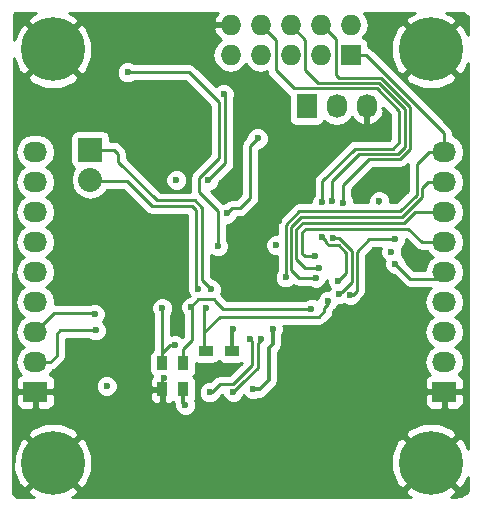
<source format=gbl>
G04 #@! TF.FileFunction,Copper,L4,Bot,Signal*
%FSLAX46Y46*%
G04 Gerber Fmt 4.6, Leading zero omitted, Abs format (unit mm)*
G04 Created by KiCad (PCBNEW 4.0.2-stable) date 4/9/2016 9:23:23 PM*
%MOMM*%
G01*
G04 APERTURE LIST*
%ADD10C,0.100000*%
%ADD11C,5.400000*%
%ADD12R,1.727200X1.727200*%
%ADD13O,1.727200X1.727200*%
%ADD14R,0.900000X1.200000*%
%ADD15R,1.200000X0.900000*%
%ADD16R,2.032000X2.032000*%
%ADD17O,2.032000X2.032000*%
%ADD18R,1.727200X2.032000*%
%ADD19O,1.727200X2.032000*%
%ADD20R,2.032000X1.727200*%
%ADD21O,2.032000X1.727200*%
%ADD22C,0.600000*%
%ADD23C,0.250000*%
%ADD24C,0.300000*%
%ADD25C,0.254000*%
G04 APERTURE END LIST*
D10*
D11*
X84000000Y-124000000D03*
X116000000Y-124000000D03*
X116000000Y-89000000D03*
D12*
X109199680Y-89468960D03*
D13*
X109199680Y-86928960D03*
X106659680Y-89468960D03*
X106659680Y-86928960D03*
X104119680Y-89468960D03*
X104119680Y-86928960D03*
X101579680Y-89468960D03*
X101579680Y-86928960D03*
X99039680Y-89468960D03*
X99039680Y-86928960D03*
D14*
X95050000Y-117800000D03*
X95050000Y-115600000D03*
D15*
X99125000Y-114525000D03*
X96925000Y-114525000D03*
D14*
X93275000Y-117800000D03*
X93275000Y-115600000D03*
D16*
X87150000Y-97500000D03*
D17*
X87150000Y-100040000D03*
D18*
X105481120Y-93817440D03*
D19*
X108021120Y-93817440D03*
X110561120Y-93817440D03*
D20*
X82500000Y-118000000D03*
D21*
X82500000Y-115460000D03*
X82500000Y-112920000D03*
X82500000Y-110380000D03*
X82500000Y-107840000D03*
X82500000Y-105300000D03*
X82500000Y-102760000D03*
X82500000Y-100220000D03*
X82500000Y-97680000D03*
D11*
X84000000Y-89000000D03*
D20*
X117124480Y-118000000D03*
D21*
X117124480Y-115460000D03*
X117124480Y-112920000D03*
X117124480Y-110380000D03*
X117124480Y-107840000D03*
X117124480Y-105300000D03*
X117124480Y-102760000D03*
X117124480Y-100220000D03*
X117124480Y-97680000D03*
D22*
X87625000Y-112800000D03*
X100949740Y-117790260D03*
X102610000Y-112640000D03*
X103500000Y-109740000D03*
X103140000Y-103570000D03*
X99530000Y-97450000D03*
X112620000Y-99890000D03*
X110900000Y-99900000D03*
X98014000Y-107180000D03*
X102078000Y-100068000D03*
X115286000Y-107434000D03*
X105634000Y-120642000D03*
X103348000Y-116070000D03*
X106904000Y-113022000D03*
X111476000Y-112260000D03*
X104872000Y-98290000D03*
X91156000Y-89908000D03*
X93442000Y-116832000D03*
X96744000Y-116070000D03*
X93696000Y-122420000D03*
X87092000Y-119880000D03*
X102880000Y-105580000D03*
X99240000Y-112710000D03*
X88550000Y-117510000D03*
X111630000Y-101880000D03*
X94458000Y-100068000D03*
X112660000Y-106150000D03*
X95220000Y-119118000D03*
X97375000Y-109300000D03*
X96325000Y-109275000D03*
X98450000Y-92775000D03*
X97150000Y-100100000D03*
X101325000Y-96550000D03*
X98725000Y-102900000D03*
X106825000Y-101950000D03*
X107625000Y-101875000D03*
X108575000Y-101975000D03*
X113000000Y-107180000D03*
X106220000Y-106520000D03*
X106550000Y-107500000D03*
X106275000Y-108325000D03*
X103700000Y-108300000D03*
X87550000Y-111425000D03*
X90325000Y-90950000D03*
X97975000Y-105675000D03*
X94325000Y-114075000D03*
X109190000Y-109810000D03*
X112950000Y-105100000D03*
X93250000Y-110900000D03*
X108260000Y-109710000D03*
X107700000Y-104950000D03*
X105888000Y-110990000D03*
X95700000Y-110825000D03*
X108140000Y-108600000D03*
X107300000Y-110290000D03*
X106750000Y-104850000D03*
X96950000Y-110875000D03*
X101625000Y-113550000D03*
X99250000Y-118025000D03*
X100675000Y-113550000D03*
X97275000Y-118050000D03*
D23*
X83790000Y-115460000D02*
X82500000Y-115460000D01*
X84325000Y-114925000D02*
X83790000Y-115460000D01*
X84325000Y-113075000D02*
X84325000Y-114925000D01*
X84600000Y-112800000D02*
X84325000Y-113075000D01*
X87625000Y-112800000D02*
X84600000Y-112800000D01*
D24*
X102610000Y-113950000D02*
X102610000Y-112640000D01*
X102280000Y-114280000D02*
X102610000Y-113950000D01*
X102280000Y-117020000D02*
X102280000Y-114280000D01*
X101510000Y-117790000D02*
X102280000Y-117020000D01*
X100950000Y-117790000D02*
X101510000Y-117790000D01*
X100950000Y-117790000D02*
X100949740Y-117790260D01*
D23*
X99590000Y-97490000D02*
X99610000Y-97510000D01*
X99570000Y-97490000D02*
X99590000Y-97490000D01*
X99530000Y-97450000D02*
X99570000Y-97490000D01*
X110900000Y-99900000D02*
X110920000Y-99880000D01*
X93275000Y-116999000D02*
X93275000Y-117800000D01*
X93442000Y-116832000D02*
X93275000Y-116999000D01*
D24*
X102870000Y-105570000D02*
X102870000Y-105520000D01*
X102880000Y-105580000D02*
X102870000Y-105570000D01*
X99125000Y-114525000D02*
X99125000Y-112825000D01*
X99125000Y-112825000D02*
X99240000Y-112710000D01*
X111580000Y-101930000D02*
X111580000Y-102040000D01*
X111630000Y-101880000D02*
X111580000Y-101930000D01*
X95050000Y-117800000D02*
X95050000Y-118948000D01*
X95050000Y-118948000D02*
X95220000Y-119118000D01*
D23*
X109021040Y-86928960D02*
X109199680Y-86928960D01*
X109046040Y-86928960D02*
X109199680Y-86928960D01*
X89150000Y-97500000D02*
X87150000Y-97500000D01*
X89500000Y-97850000D02*
X89150000Y-97500000D01*
X89500000Y-98500000D02*
X89500000Y-97850000D01*
X92800000Y-101800000D02*
X89500000Y-98500000D01*
X96000000Y-101800000D02*
X92800000Y-101800000D01*
X96625000Y-102425000D02*
X96000000Y-101800000D01*
X96625000Y-108550000D02*
X96625000Y-102425000D01*
X97375000Y-109300000D02*
X96625000Y-108550000D01*
X90250000Y-100125000D02*
X87235000Y-100125000D01*
X92375002Y-102250002D02*
X90250000Y-100125000D01*
X95750002Y-102250002D02*
X92375002Y-102250002D01*
X96075000Y-102575000D02*
X95750002Y-102250002D01*
X96075000Y-109025000D02*
X96075000Y-102575000D01*
X96325000Y-109275000D02*
X96075000Y-109025000D01*
X87235000Y-100125000D02*
X87150000Y-100040000D01*
X98600000Y-92925000D02*
X98450000Y-92775000D01*
X98600000Y-98650000D02*
X98600000Y-92925000D01*
X97150000Y-100100000D02*
X98600000Y-98650000D01*
X100725000Y-97325000D02*
X100725000Y-97150000D01*
X100725000Y-97150000D02*
X101325000Y-96550000D01*
X100725000Y-101575000D02*
X100725000Y-97325000D01*
X100725000Y-97325000D02*
X100725000Y-97275000D01*
X99825000Y-102475000D02*
X100725000Y-101575000D01*
X99150000Y-102475000D02*
X99825000Y-102475000D01*
X98725000Y-102900000D02*
X99150000Y-102475000D01*
X106825000Y-101950000D02*
X106825000Y-100155000D01*
X102870000Y-88240000D02*
X101579680Y-86949680D01*
X102870000Y-90780000D02*
X102870000Y-88240000D01*
X104380004Y-92290004D02*
X102870000Y-90780000D01*
X111405810Y-92290004D02*
X104380004Y-92290004D01*
X113297903Y-94182097D02*
X111405810Y-92290004D01*
X113297903Y-96872097D02*
X113297903Y-94182097D01*
X112770004Y-97399996D02*
X113297903Y-96872097D01*
X109580004Y-97399996D02*
X112770004Y-97399996D01*
X106825000Y-100155000D02*
X109580004Y-97399996D01*
X101579680Y-86949680D02*
X101579680Y-86928960D01*
X107625000Y-101875000D02*
X107625000Y-100165000D01*
X105360000Y-88169280D02*
X104119680Y-86928960D01*
X105360000Y-90760000D02*
X105360000Y-88169280D01*
X106440002Y-91840002D02*
X105360000Y-90760000D01*
X111592206Y-91840002D02*
X106440002Y-91840002D01*
X113799998Y-94047794D02*
X111592206Y-91840002D01*
X113799998Y-97263604D02*
X113799998Y-94047794D01*
X113213604Y-97849998D02*
X113799998Y-97263604D01*
X109940002Y-97849998D02*
X113213604Y-97849998D01*
X107625000Y-100165000D02*
X109940002Y-97849998D01*
X108575000Y-101975000D02*
X108575000Y-100505000D01*
X107980000Y-88150000D02*
X106758960Y-86928960D01*
X107980000Y-91140000D02*
X107980000Y-88150000D01*
X108230000Y-91390000D02*
X107980000Y-91140000D01*
X111778602Y-91390000D02*
X108230000Y-91390000D01*
X114250000Y-93861398D02*
X111778602Y-91390000D01*
X114250000Y-97450000D02*
X114250000Y-93861398D01*
X113400000Y-98300000D02*
X114250000Y-97450000D01*
X110780000Y-98300000D02*
X113400000Y-98300000D01*
X108575000Y-100505000D02*
X110780000Y-98300000D01*
X106758960Y-86928960D02*
X106659680Y-86928960D01*
X108575000Y-101975000D02*
X108600000Y-101975000D01*
X113635000Y-107815000D02*
X114270000Y-108450000D01*
X114270000Y-108450000D02*
X116514480Y-108450000D01*
X116514480Y-108450000D02*
X117124480Y-107840000D01*
X113660000Y-107840000D02*
X113635000Y-107815000D01*
X113635000Y-107815000D02*
X113000000Y-107180000D01*
X113000000Y-107180000D02*
X113000000Y-107230000D01*
X106220000Y-106520000D02*
X105345000Y-106520000D01*
X105250000Y-106425000D02*
X105117097Y-106292097D01*
X105117097Y-106292097D02*
X105117097Y-106017091D01*
X105117097Y-106017091D02*
X105117097Y-104507905D01*
X117124480Y-105300000D02*
X115225000Y-105300000D01*
X114100000Y-104175000D02*
X115225000Y-105300000D01*
X105450002Y-104175000D02*
X114100000Y-104175000D01*
X105117097Y-104507905D02*
X105450002Y-104175000D01*
X105345000Y-106520000D02*
X105250000Y-106425000D01*
X104825004Y-106975000D02*
X104825004Y-106975004D01*
X104825004Y-106975000D02*
X104600004Y-106750000D01*
X104600004Y-106750000D02*
X104600004Y-106525000D01*
X117124480Y-102760000D02*
X114690000Y-102760000D01*
X113750000Y-103700000D02*
X114690000Y-102760000D01*
X105147796Y-103700000D02*
X113750000Y-103700000D01*
X104600004Y-104247792D02*
X105147796Y-103700000D01*
X104600004Y-106525000D02*
X104600004Y-104247792D01*
X105350000Y-107500000D02*
X106550000Y-107500000D01*
X104825004Y-106975004D02*
X105350000Y-107500000D01*
X106550000Y-107500000D02*
X106575000Y-107500000D01*
X106575000Y-107500000D02*
X106550000Y-107525000D01*
X105800000Y-108375000D02*
X106225000Y-108375000D01*
X106225000Y-108375000D02*
X106275000Y-108325000D01*
X104150002Y-107300000D02*
X104150002Y-107700002D01*
X117124480Y-100220000D02*
X115730000Y-100220000D01*
X115250002Y-100699998D02*
X115730000Y-100220000D01*
X115250002Y-101511396D02*
X115250002Y-100699998D01*
X113561396Y-103200002D02*
X115250002Y-101511396D01*
X105011396Y-103200002D02*
X113561396Y-103200002D01*
X104150002Y-104061396D02*
X105011396Y-103200002D01*
X104150002Y-107300000D02*
X104150002Y-104061396D01*
X104825000Y-108375000D02*
X105800000Y-108375000D01*
X105800000Y-108375000D02*
X105850000Y-108375000D01*
X104150002Y-107700002D02*
X104825000Y-108375000D01*
X114800000Y-98725000D02*
X115845000Y-97680000D01*
X114800000Y-101325000D02*
X114800000Y-98725000D01*
X113400000Y-102725000D02*
X114800000Y-101325000D01*
X104850000Y-102725000D02*
X113400000Y-102725000D01*
X103700000Y-103875000D02*
X104850000Y-102725000D01*
X103700000Y-107975000D02*
X103700000Y-103875000D01*
X115845000Y-97680000D02*
X117124480Y-97680000D01*
X103700000Y-108300000D02*
X103700000Y-107975000D01*
X109199680Y-89468960D02*
X110493960Y-89468960D01*
X117124480Y-96099480D02*
X117124480Y-97680000D01*
X110493960Y-89468960D02*
X117124480Y-96099480D01*
X84070000Y-111350000D02*
X82500000Y-112920000D01*
X87475000Y-111350000D02*
X84070000Y-111350000D01*
X87550000Y-111425000D02*
X87475000Y-111350000D01*
X90350000Y-90925000D02*
X90325000Y-90950000D01*
X95525000Y-90925000D02*
X90350000Y-90925000D01*
X98075000Y-93475000D02*
X95525000Y-90925000D01*
X98075000Y-98175000D02*
X98075000Y-93475000D01*
X96375000Y-99875000D02*
X98075000Y-98175000D01*
X96375000Y-101050000D02*
X96375000Y-99875000D01*
X98000000Y-102675000D02*
X96375000Y-101050000D01*
X98000000Y-105650000D02*
X98000000Y-102675000D01*
X97975000Y-105675000D02*
X98000000Y-105650000D01*
X93275000Y-114700000D02*
X93900000Y-114075000D01*
X93900000Y-114075000D02*
X94325000Y-114075000D01*
X93275000Y-115600000D02*
X93275000Y-114700000D01*
X109750000Y-109440000D02*
X109380000Y-109810000D01*
X109380000Y-109810000D02*
X109190000Y-109810000D01*
X109750000Y-109440000D02*
X109750000Y-108930000D01*
X109750000Y-108930000D02*
X109750000Y-106150000D01*
X109750000Y-106150000D02*
X110800000Y-105100000D01*
X110800000Y-105100000D02*
X112950000Y-105100000D01*
X109750000Y-108955000D02*
X109750000Y-108930000D01*
X93250000Y-114375000D02*
X93250000Y-115575000D01*
X93250000Y-115575000D02*
X93275000Y-115600000D01*
X93250000Y-110900000D02*
X93250000Y-114375000D01*
X93250000Y-114375000D02*
X93250000Y-114400000D01*
X105888000Y-110990000D02*
X98415000Y-110990000D01*
X98415000Y-110990000D02*
X97849998Y-110424998D01*
X97833500Y-110408500D02*
X97849998Y-110424998D01*
X97600000Y-110175000D02*
X97833500Y-110408500D01*
X96325000Y-110175000D02*
X97600000Y-110175000D01*
X95700000Y-110800000D02*
X96325000Y-110175000D01*
X95700000Y-110800000D02*
X95700000Y-110825000D01*
X109299998Y-108660002D02*
X108450000Y-109510000D01*
X108450000Y-109510000D02*
X108450000Y-109520000D01*
X108450000Y-109520000D02*
X108260000Y-109710000D01*
X109299998Y-106049998D02*
X109299998Y-107825002D01*
X108225000Y-104975000D02*
X109299998Y-106049998D01*
X107575000Y-104975000D02*
X108225000Y-104975000D01*
X107700000Y-105100000D02*
X107575000Y-104975000D01*
X107700000Y-104950000D02*
X107700000Y-105100000D01*
X109299998Y-107825002D02*
X109299998Y-108660002D01*
X105913000Y-111015000D02*
X105913000Y-111070000D01*
X105888000Y-110990000D02*
X105913000Y-111015000D01*
X95025000Y-115575000D02*
X95025000Y-114400000D01*
X95775000Y-113650000D02*
X95025000Y-114400000D01*
X95775000Y-110900000D02*
X95775000Y-113650000D01*
X95775000Y-110900000D02*
X95700000Y-110825000D01*
X95025000Y-115575000D02*
X95050000Y-115600000D01*
X106975000Y-110875000D02*
X106975000Y-111173000D01*
X108849996Y-107920004D02*
X108170000Y-108600000D01*
X108170000Y-108600000D02*
X108140000Y-108600000D01*
X107300000Y-110290000D02*
X107275000Y-110315000D01*
X107275000Y-110315000D02*
X107275000Y-110575000D01*
X107275000Y-110575000D02*
X107300000Y-110550000D01*
X106975000Y-110875000D02*
X107300000Y-110550000D01*
X108849996Y-107520000D02*
X108849996Y-107920004D01*
X98124000Y-111642000D02*
X96800000Y-112966000D01*
X106506000Y-111642000D02*
X98124000Y-111642000D01*
X106975000Y-111173000D02*
X106506000Y-111642000D01*
X108849996Y-106236394D02*
X108849996Y-107520000D01*
X108849996Y-107520000D02*
X108849996Y-107575004D01*
X108213602Y-105600000D02*
X108849996Y-106236394D01*
X107350000Y-105600000D02*
X108213602Y-105600000D01*
X107125000Y-105375000D02*
X107350000Y-105600000D01*
X107125000Y-105225000D02*
X107125000Y-105375000D01*
X106750000Y-104850000D02*
X107125000Y-105225000D01*
X96800000Y-111025000D02*
X96800000Y-112966000D01*
X96950000Y-110875000D02*
X96800000Y-111025000D01*
X96800000Y-112966000D02*
X96800000Y-114400000D01*
X101625000Y-113600000D02*
X101625000Y-113550000D01*
X101325000Y-113900000D02*
X101625000Y-113600000D01*
X101325000Y-115950000D02*
X101325000Y-113900000D01*
X100125000Y-117150000D02*
X101325000Y-115950000D01*
X99250000Y-118025000D02*
X100125000Y-117150000D01*
X100775000Y-113650000D02*
X100675000Y-113550000D01*
X100800000Y-113650000D02*
X100775000Y-113650000D01*
X100874998Y-113724998D02*
X100800000Y-113650000D01*
X100874998Y-115763604D02*
X100874998Y-113724998D01*
X99263602Y-117375000D02*
X100874998Y-115763604D01*
X98125000Y-117375000D02*
X99263602Y-117375000D01*
X97450000Y-118050000D02*
X98125000Y-117375000D01*
X97275000Y-118050000D02*
X97450000Y-118050000D01*
D25*
G36*
X119099041Y-86169387D02*
X119122902Y-86203602D01*
X119122509Y-87824156D01*
X118830883Y-87116284D01*
X118823659Y-87105472D01*
X118380191Y-86799414D01*
X116179605Y-89000000D01*
X118380191Y-91200586D01*
X118823659Y-90894528D01*
X119121938Y-90178294D01*
X119114027Y-122803569D01*
X118830883Y-122116284D01*
X118823659Y-122105472D01*
X118380191Y-121799414D01*
X116179605Y-124000000D01*
X118380191Y-126200586D01*
X118823659Y-125894528D01*
X119113447Y-125198684D01*
X119113154Y-126407700D01*
X119000374Y-126557870D01*
X118530939Y-126835415D01*
X117978456Y-126913976D01*
X117681463Y-126914206D01*
X117883716Y-126830883D01*
X117894528Y-126823659D01*
X118200586Y-126380191D01*
X116000000Y-124179605D01*
X113799414Y-126380191D01*
X114105472Y-126823659D01*
X114329128Y-126916802D01*
X97281179Y-126930000D01*
X85643126Y-126930000D01*
X85883716Y-126830883D01*
X85894528Y-126823659D01*
X86200586Y-126380191D01*
X84000000Y-124179605D01*
X81799414Y-126380191D01*
X82105472Y-126823659D01*
X82360820Y-126930000D01*
X81324683Y-126930000D01*
X80963346Y-126864101D01*
X80730961Y-126714133D01*
X80618259Y-126551154D01*
X80622853Y-124656995D01*
X80663738Y-124656995D01*
X81169117Y-125883716D01*
X81176341Y-125894528D01*
X81619809Y-126200586D01*
X83820395Y-124000000D01*
X84179605Y-124000000D01*
X86380191Y-126200586D01*
X86823659Y-125894528D01*
X87333725Y-124669748D01*
X87333749Y-124656995D01*
X112663738Y-124656995D01*
X113169117Y-125883716D01*
X113176341Y-125894528D01*
X113619809Y-126200586D01*
X115820395Y-124000000D01*
X113619809Y-121799414D01*
X113176341Y-122105472D01*
X112666275Y-123330252D01*
X112663738Y-124656995D01*
X87333749Y-124656995D01*
X87336262Y-123343005D01*
X86830883Y-122116284D01*
X86823659Y-122105472D01*
X86380191Y-121799414D01*
X84179605Y-124000000D01*
X83820395Y-124000000D01*
X81619809Y-121799414D01*
X81176341Y-122105472D01*
X80666275Y-123330252D01*
X80663738Y-124656995D01*
X80622853Y-124656995D01*
X80630219Y-121619809D01*
X81799414Y-121619809D01*
X84000000Y-123820395D01*
X86200586Y-121619809D01*
X113799414Y-121619809D01*
X116000000Y-123820395D01*
X118200586Y-121619809D01*
X117894528Y-121176341D01*
X116669748Y-120666275D01*
X115343005Y-120663738D01*
X114116284Y-121169117D01*
X114105472Y-121176341D01*
X113799414Y-121619809D01*
X86200586Y-121619809D01*
X85894528Y-121176341D01*
X84669748Y-120666275D01*
X83343005Y-120663738D01*
X82116284Y-121169117D01*
X82105472Y-121176341D01*
X81799414Y-121619809D01*
X80630219Y-121619809D01*
X80638306Y-118285750D01*
X80849000Y-118285750D01*
X80849000Y-118989910D01*
X80945673Y-119223299D01*
X81124302Y-119401927D01*
X81357691Y-119498600D01*
X82214250Y-119498600D01*
X82373000Y-119339850D01*
X82373000Y-118127000D01*
X82627000Y-118127000D01*
X82627000Y-119339850D01*
X82785750Y-119498600D01*
X83642309Y-119498600D01*
X83875698Y-119401927D01*
X84054327Y-119223299D01*
X84151000Y-118989910D01*
X84151000Y-118285750D01*
X83992250Y-118127000D01*
X82627000Y-118127000D01*
X82373000Y-118127000D01*
X81007750Y-118127000D01*
X80849000Y-118285750D01*
X80638306Y-118285750D01*
X80688284Y-97680000D01*
X80816655Y-97680000D01*
X80930729Y-98253489D01*
X81255585Y-98739670D01*
X81570366Y-98950000D01*
X81255585Y-99160330D01*
X80930729Y-99646511D01*
X80816655Y-100220000D01*
X80930729Y-100793489D01*
X81255585Y-101279670D01*
X81570366Y-101490000D01*
X81255585Y-101700330D01*
X80930729Y-102186511D01*
X80816655Y-102760000D01*
X80930729Y-103333489D01*
X81255585Y-103819670D01*
X81570366Y-104030000D01*
X81255585Y-104240330D01*
X80930729Y-104726511D01*
X80816655Y-105300000D01*
X80930729Y-105873489D01*
X81255585Y-106359670D01*
X81570366Y-106570000D01*
X81255585Y-106780330D01*
X80930729Y-107266511D01*
X80816655Y-107840000D01*
X80930729Y-108413489D01*
X81255585Y-108899670D01*
X81570366Y-109110000D01*
X81255585Y-109320330D01*
X80930729Y-109806511D01*
X80816655Y-110380000D01*
X80930729Y-110953489D01*
X81255585Y-111439670D01*
X81570366Y-111650000D01*
X81255585Y-111860330D01*
X80930729Y-112346511D01*
X80816655Y-112920000D01*
X80930729Y-113493489D01*
X81255585Y-113979670D01*
X81570366Y-114190000D01*
X81255585Y-114400330D01*
X80930729Y-114886511D01*
X80816655Y-115460000D01*
X80930729Y-116033489D01*
X81255585Y-116519670D01*
X81277780Y-116534500D01*
X81124302Y-116598073D01*
X80945673Y-116776701D01*
X80849000Y-117010090D01*
X80849000Y-117714250D01*
X81007750Y-117873000D01*
X82373000Y-117873000D01*
X82373000Y-117853000D01*
X82627000Y-117853000D01*
X82627000Y-117873000D01*
X83992250Y-117873000D01*
X84151000Y-117714250D01*
X84151000Y-117695167D01*
X87614838Y-117695167D01*
X87756883Y-118038943D01*
X88019673Y-118302192D01*
X88363201Y-118444838D01*
X88735167Y-118445162D01*
X89078943Y-118303117D01*
X89296689Y-118085750D01*
X92190000Y-118085750D01*
X92190000Y-118526309D01*
X92286673Y-118759698D01*
X92465301Y-118938327D01*
X92698690Y-119035000D01*
X92989250Y-119035000D01*
X93148000Y-118876250D01*
X93148000Y-117927000D01*
X92348750Y-117927000D01*
X92190000Y-118085750D01*
X89296689Y-118085750D01*
X89342192Y-118040327D01*
X89484838Y-117696799D01*
X89485162Y-117324833D01*
X89343117Y-116981057D01*
X89080327Y-116717808D01*
X88736799Y-116575162D01*
X88364833Y-116574838D01*
X88021057Y-116716883D01*
X87757808Y-116979673D01*
X87615162Y-117323201D01*
X87614838Y-117695167D01*
X84151000Y-117695167D01*
X84151000Y-117010090D01*
X84054327Y-116776701D01*
X83875698Y-116598073D01*
X83722220Y-116534500D01*
X83744415Y-116519670D01*
X83968353Y-116184523D01*
X84080839Y-116162148D01*
X84327401Y-115997401D01*
X84862401Y-115462401D01*
X85027148Y-115215840D01*
X85085000Y-114925000D01*
X85085000Y-113560000D01*
X87062537Y-113560000D01*
X87094673Y-113592192D01*
X87438201Y-113734838D01*
X87810167Y-113735162D01*
X88153943Y-113593117D01*
X88417192Y-113330327D01*
X88559838Y-112986799D01*
X88560162Y-112614833D01*
X88418117Y-112271057D01*
X88222356Y-112074954D01*
X88342192Y-111955327D01*
X88484838Y-111611799D01*
X88485162Y-111239833D01*
X88343117Y-110896057D01*
X88080327Y-110632808D01*
X87736799Y-110490162D01*
X87364833Y-110489838D01*
X87122422Y-110590000D01*
X84141573Y-110590000D01*
X84183345Y-110380000D01*
X84069271Y-109806511D01*
X83744415Y-109320330D01*
X83429634Y-109110000D01*
X83744415Y-108899670D01*
X84069271Y-108413489D01*
X84183345Y-107840000D01*
X84069271Y-107266511D01*
X83744415Y-106780330D01*
X83429634Y-106570000D01*
X83744415Y-106359670D01*
X84069271Y-105873489D01*
X84183345Y-105300000D01*
X84069271Y-104726511D01*
X83744415Y-104240330D01*
X83429634Y-104030000D01*
X83744415Y-103819670D01*
X84069271Y-103333489D01*
X84183345Y-102760000D01*
X84069271Y-102186511D01*
X83744415Y-101700330D01*
X83429634Y-101490000D01*
X83744415Y-101279670D01*
X84069271Y-100793489D01*
X84183345Y-100220000D01*
X84069271Y-99646511D01*
X83744415Y-99160330D01*
X83429634Y-98950000D01*
X83744415Y-98739670D01*
X84069271Y-98253489D01*
X84183345Y-97680000D01*
X84069271Y-97106511D01*
X83744415Y-96620330D01*
X83258234Y-96295474D01*
X82684745Y-96181400D01*
X82315255Y-96181400D01*
X81741766Y-96295474D01*
X81255585Y-96620330D01*
X80930729Y-97106511D01*
X80816655Y-97680000D01*
X80688284Y-97680000D01*
X80703563Y-91380191D01*
X81799414Y-91380191D01*
X82105472Y-91823659D01*
X83330252Y-92333725D01*
X84656995Y-92336262D01*
X85883716Y-91830883D01*
X85894528Y-91823659D01*
X86200586Y-91380191D01*
X84000000Y-89179605D01*
X81799414Y-91380191D01*
X80703563Y-91380191D01*
X80707486Y-89763185D01*
X81169117Y-90883716D01*
X81176341Y-90894528D01*
X81619809Y-91200586D01*
X83820395Y-89000000D01*
X84179605Y-89000000D01*
X86380191Y-91200586D01*
X86823659Y-90894528D01*
X87333725Y-89669748D01*
X87336262Y-88343005D01*
X86830883Y-87116284D01*
X86823659Y-87105472D01*
X86380191Y-86799414D01*
X84179605Y-89000000D01*
X83820395Y-89000000D01*
X81619809Y-86799414D01*
X81176341Y-87105472D01*
X80711223Y-88222322D01*
X80716608Y-86001827D01*
X80760923Y-85966937D01*
X82611703Y-85965017D01*
X82116284Y-86169117D01*
X82105472Y-86176341D01*
X81799414Y-86619809D01*
X84000000Y-88820395D01*
X86200586Y-86619809D01*
X85894528Y-86176341D01*
X85380194Y-85962144D01*
X97944022Y-85949108D01*
X97756992Y-86154013D01*
X97584722Y-86569934D01*
X97705863Y-86801960D01*
X98912680Y-86801960D01*
X98912680Y-86781960D01*
X99166680Y-86781960D01*
X99166680Y-86801960D01*
X99186680Y-86801960D01*
X99186680Y-87055960D01*
X99166680Y-87055960D01*
X99166680Y-87075960D01*
X98912680Y-87075960D01*
X98912680Y-87055960D01*
X97705863Y-87055960D01*
X97584722Y-87287986D01*
X97756992Y-87703907D01*
X98151190Y-88135781D01*
X98273908Y-88193296D01*
X97950651Y-88409290D01*
X97625795Y-88895471D01*
X97511721Y-89468960D01*
X97625795Y-90042449D01*
X97950651Y-90528630D01*
X98436832Y-90853486D01*
X99010321Y-90967560D01*
X99069039Y-90967560D01*
X99642528Y-90853486D01*
X100128709Y-90528630D01*
X100309680Y-90257788D01*
X100490651Y-90528630D01*
X100976832Y-90853486D01*
X101550321Y-90967560D01*
X101609039Y-90967560D01*
X102126822Y-90864567D01*
X102167852Y-91070839D01*
X102332599Y-91317401D01*
X103842603Y-92827405D01*
X103970080Y-92912582D01*
X103970080Y-94833440D01*
X104014358Y-95068757D01*
X104153430Y-95284881D01*
X104365630Y-95429871D01*
X104617520Y-95480880D01*
X106344720Y-95480880D01*
X106580037Y-95436602D01*
X106796161Y-95297530D01*
X106941151Y-95085330D01*
X106949520Y-95044001D01*
X106961450Y-95061855D01*
X107447631Y-95386711D01*
X108021120Y-95500785D01*
X108594609Y-95386711D01*
X109080790Y-95061855D01*
X109287581Y-94752371D01*
X109659084Y-95168172D01*
X110186329Y-95422149D01*
X110202094Y-95424798D01*
X110434120Y-95303657D01*
X110434120Y-93944440D01*
X110414120Y-93944440D01*
X110414120Y-93690440D01*
X110434120Y-93690440D01*
X110434120Y-93670440D01*
X110688120Y-93670440D01*
X110688120Y-93690440D01*
X110708120Y-93690440D01*
X110708120Y-93944440D01*
X110688120Y-93944440D01*
X110688120Y-95303657D01*
X110920146Y-95424798D01*
X110935911Y-95422149D01*
X111463156Y-95168172D01*
X111853074Y-94731760D01*
X112046304Y-94179353D01*
X111902045Y-93944442D01*
X111985446Y-93944442D01*
X112537903Y-94496899D01*
X112537903Y-96557295D01*
X112455202Y-96639996D01*
X109580004Y-96639996D01*
X109289165Y-96697848D01*
X109042603Y-96862595D01*
X106287599Y-99617599D01*
X106122852Y-99864161D01*
X106065000Y-100155000D01*
X106065000Y-101387537D01*
X106032808Y-101419673D01*
X105890162Y-101763201D01*
X105889986Y-101965000D01*
X104850000Y-101965000D01*
X104559161Y-102022852D01*
X104312599Y-102187599D01*
X103162599Y-103337599D01*
X102997852Y-103584161D01*
X102940000Y-103875000D01*
X102940000Y-104645052D01*
X102694833Y-104644838D01*
X102351057Y-104786883D01*
X102087808Y-105049673D01*
X101945162Y-105393201D01*
X101944838Y-105765167D01*
X102086883Y-106108943D01*
X102349673Y-106372192D01*
X102693201Y-106514838D01*
X102940000Y-106515053D01*
X102940000Y-107737537D01*
X102907808Y-107769673D01*
X102765162Y-108113201D01*
X102764838Y-108485167D01*
X102906883Y-108828943D01*
X103169673Y-109092192D01*
X103513201Y-109234838D01*
X103885167Y-109235162D01*
X104228943Y-109093117D01*
X104360907Y-108961384D01*
X104534160Y-109077148D01*
X104825000Y-109135000D01*
X105787559Y-109135000D01*
X106088201Y-109259838D01*
X106460167Y-109260162D01*
X106803943Y-109118117D01*
X107067192Y-108855327D01*
X107205066Y-108523291D01*
X107204838Y-108785167D01*
X107346883Y-109128943D01*
X107447161Y-109229396D01*
X107394971Y-109355082D01*
X107114833Y-109354838D01*
X106771057Y-109496883D01*
X106507808Y-109759673D01*
X106365162Y-110103201D01*
X106365099Y-110175706D01*
X106074799Y-110055162D01*
X105702833Y-110054838D01*
X105359057Y-110196883D01*
X105325882Y-110230000D01*
X98729803Y-110230000D01*
X98387399Y-109887597D01*
X98214999Y-109715197D01*
X98309838Y-109486799D01*
X98310162Y-109114833D01*
X98168117Y-108771057D01*
X97905327Y-108507808D01*
X97561799Y-108365162D01*
X97514923Y-108365121D01*
X97385000Y-108235198D01*
X97385000Y-106407415D01*
X97444673Y-106467192D01*
X97788201Y-106609838D01*
X98160167Y-106610162D01*
X98503943Y-106468117D01*
X98767192Y-106205327D01*
X98909838Y-105861799D01*
X98910162Y-105489833D01*
X98768117Y-105146057D01*
X98760000Y-105137926D01*
X98760000Y-103835031D01*
X98910167Y-103835162D01*
X99253943Y-103693117D01*
X99517192Y-103430327D01*
X99598299Y-103235000D01*
X99825000Y-103235000D01*
X100115839Y-103177148D01*
X100362401Y-103012401D01*
X101262401Y-102112401D01*
X101427148Y-101865840D01*
X101485000Y-101575000D01*
X101485000Y-97485140D01*
X101510167Y-97485162D01*
X101853943Y-97343117D01*
X102117192Y-97080327D01*
X102259838Y-96736799D01*
X102260162Y-96364833D01*
X102118117Y-96021057D01*
X101855327Y-95757808D01*
X101511799Y-95615162D01*
X101139833Y-95614838D01*
X100796057Y-95756883D01*
X100532808Y-96019673D01*
X100390162Y-96363201D01*
X100390121Y-96410077D01*
X100187599Y-96612599D01*
X100022852Y-96859161D01*
X99965000Y-97150000D01*
X99965000Y-101260198D01*
X99510198Y-101715000D01*
X99150000Y-101715000D01*
X98859161Y-101772852D01*
X98612599Y-101937599D01*
X98585320Y-101964878D01*
X98539833Y-101964838D01*
X98415863Y-102016061D01*
X97405785Y-101005983D01*
X97678943Y-100893117D01*
X97942192Y-100630327D01*
X98084838Y-100286799D01*
X98084879Y-100239923D01*
X99137401Y-99187401D01*
X99302148Y-98940839D01*
X99360000Y-98650000D01*
X99360000Y-93021615D01*
X99384838Y-92961799D01*
X99385162Y-92589833D01*
X99243117Y-92246057D01*
X98980327Y-91982808D01*
X98636799Y-91840162D01*
X98264833Y-91839838D01*
X97921057Y-91981883D01*
X97788756Y-92113954D01*
X96062401Y-90387599D01*
X95815839Y-90222852D01*
X95525000Y-90165000D01*
X90862506Y-90165000D01*
X90855327Y-90157808D01*
X90511799Y-90015162D01*
X90139833Y-90014838D01*
X89796057Y-90156883D01*
X89532808Y-90419673D01*
X89390162Y-90763201D01*
X89389838Y-91135167D01*
X89531883Y-91478943D01*
X89794673Y-91742192D01*
X90138201Y-91884838D01*
X90510167Y-91885162D01*
X90853943Y-91743117D01*
X90912162Y-91685000D01*
X95210198Y-91685000D01*
X97315000Y-93789802D01*
X97315000Y-97860198D01*
X95837599Y-99337599D01*
X95672852Y-99584161D01*
X95615000Y-99875000D01*
X95615000Y-101040000D01*
X93114802Y-101040000D01*
X92327969Y-100253167D01*
X93522838Y-100253167D01*
X93664883Y-100596943D01*
X93927673Y-100860192D01*
X94271201Y-101002838D01*
X94643167Y-101003162D01*
X94986943Y-100861117D01*
X95250192Y-100598327D01*
X95392838Y-100254799D01*
X95393162Y-99882833D01*
X95251117Y-99539057D01*
X94988327Y-99275808D01*
X94644799Y-99133162D01*
X94272833Y-99132838D01*
X93929057Y-99274883D01*
X93665808Y-99537673D01*
X93523162Y-99881201D01*
X93522838Y-100253167D01*
X92327969Y-100253167D01*
X90260000Y-98185198D01*
X90260000Y-97850000D01*
X90202148Y-97559161D01*
X90037401Y-97312599D01*
X89687401Y-96962599D01*
X89440839Y-96797852D01*
X89150000Y-96740000D01*
X88813440Y-96740000D01*
X88813440Y-96484000D01*
X88769162Y-96248683D01*
X88630090Y-96032559D01*
X88417890Y-95887569D01*
X88166000Y-95836560D01*
X86134000Y-95836560D01*
X85898683Y-95880838D01*
X85682559Y-96019910D01*
X85537569Y-96232110D01*
X85486560Y-96484000D01*
X85486560Y-98516000D01*
X85530838Y-98751317D01*
X85669910Y-98967441D01*
X85826206Y-99074233D01*
X85624675Y-99375845D01*
X85499000Y-100007655D01*
X85499000Y-100072345D01*
X85624675Y-100704155D01*
X85982567Y-101239778D01*
X86518190Y-101597670D01*
X87150000Y-101723345D01*
X87781810Y-101597670D01*
X88317433Y-101239778D01*
X88554488Y-100885000D01*
X89935198Y-100885000D01*
X91837601Y-102787403D01*
X92084163Y-102952150D01*
X92375002Y-103010002D01*
X95315000Y-103010002D01*
X95315000Y-109025000D01*
X95372852Y-109315839D01*
X95389941Y-109341415D01*
X95389838Y-109460167D01*
X95531883Y-109803943D01*
X95576530Y-109848668D01*
X95535342Y-109889856D01*
X95514833Y-109889838D01*
X95171057Y-110031883D01*
X94907808Y-110294673D01*
X94765162Y-110638201D01*
X94764838Y-111010167D01*
X94906883Y-111353943D01*
X95015000Y-111462249D01*
X95015000Y-113335198D01*
X94961266Y-113388932D01*
X94855327Y-113282808D01*
X94511799Y-113140162D01*
X94139833Y-113139838D01*
X94010000Y-113193484D01*
X94010000Y-111462463D01*
X94042192Y-111430327D01*
X94184838Y-111086799D01*
X94185162Y-110714833D01*
X94043117Y-110371057D01*
X93780327Y-110107808D01*
X93436799Y-109965162D01*
X93064833Y-109964838D01*
X92721057Y-110106883D01*
X92457808Y-110369673D01*
X92315162Y-110713201D01*
X92314838Y-111085167D01*
X92456883Y-111428943D01*
X92490000Y-111462118D01*
X92490000Y-114460982D01*
X92373559Y-114535910D01*
X92228569Y-114748110D01*
X92177560Y-115000000D01*
X92177560Y-116200000D01*
X92221838Y-116435317D01*
X92360910Y-116651441D01*
X92429006Y-116697969D01*
X92286673Y-116840302D01*
X92190000Y-117073691D01*
X92190000Y-117514250D01*
X92348750Y-117673000D01*
X93148000Y-117673000D01*
X93148000Y-117653000D01*
X93402000Y-117653000D01*
X93402000Y-117673000D01*
X93422000Y-117673000D01*
X93422000Y-117927000D01*
X93402000Y-117927000D01*
X93402000Y-118876250D01*
X93560750Y-119035000D01*
X93851310Y-119035000D01*
X94084699Y-118938327D01*
X94157104Y-118865922D01*
X94265000Y-118939644D01*
X94265000Y-118948000D01*
X94285060Y-119048845D01*
X94284838Y-119303167D01*
X94426883Y-119646943D01*
X94689673Y-119910192D01*
X95033201Y-120052838D01*
X95405167Y-120053162D01*
X95748943Y-119911117D01*
X96012192Y-119648327D01*
X96154838Y-119304799D01*
X96155162Y-118932833D01*
X96060692Y-118704196D01*
X96096431Y-118651890D01*
X96147440Y-118400000D01*
X96147440Y-117200000D01*
X96103162Y-116964683D01*
X95964090Y-116748559D01*
X95894289Y-116700866D01*
X95951441Y-116664090D01*
X96096431Y-116451890D01*
X96147440Y-116200000D01*
X96147440Y-115586483D01*
X96325000Y-115622440D01*
X97525000Y-115622440D01*
X97760317Y-115578162D01*
X97976441Y-115439090D01*
X98024134Y-115369289D01*
X98060910Y-115426441D01*
X98273110Y-115571431D01*
X98525000Y-115622440D01*
X99725000Y-115622440D01*
X99960317Y-115578162D01*
X100031340Y-115532460D01*
X98948800Y-116615000D01*
X98125000Y-116615000D01*
X97834161Y-116672852D01*
X97587599Y-116837599D01*
X97310168Y-117115030D01*
X97089833Y-117114838D01*
X96746057Y-117256883D01*
X96482808Y-117519673D01*
X96340162Y-117863201D01*
X96339838Y-118235167D01*
X96481883Y-118578943D01*
X96744673Y-118842192D01*
X97088201Y-118984838D01*
X97460167Y-118985162D01*
X97803943Y-118843117D01*
X98067192Y-118580327D01*
X98118828Y-118455974D01*
X98329398Y-118245404D01*
X98456883Y-118553943D01*
X98719673Y-118817192D01*
X99063201Y-118959838D01*
X99435167Y-118960162D01*
X99778943Y-118818117D01*
X100042192Y-118555327D01*
X100148452Y-118299427D01*
X100156623Y-118319203D01*
X100419413Y-118582452D01*
X100762941Y-118725098D01*
X101134907Y-118725422D01*
X101478683Y-118583377D01*
X101487075Y-118575000D01*
X101510000Y-118575000D01*
X101810407Y-118515245D01*
X102065079Y-118345079D01*
X102124408Y-118285750D01*
X115473480Y-118285750D01*
X115473480Y-118989910D01*
X115570153Y-119223299D01*
X115748782Y-119401927D01*
X115982171Y-119498600D01*
X116838730Y-119498600D01*
X116997480Y-119339850D01*
X116997480Y-118127000D01*
X117251480Y-118127000D01*
X117251480Y-119339850D01*
X117410230Y-119498600D01*
X118266789Y-119498600D01*
X118500178Y-119401927D01*
X118678807Y-119223299D01*
X118775480Y-118989910D01*
X118775480Y-118285750D01*
X118616730Y-118127000D01*
X117251480Y-118127000D01*
X116997480Y-118127000D01*
X115632230Y-118127000D01*
X115473480Y-118285750D01*
X102124408Y-118285750D01*
X102835079Y-117575079D01*
X102875723Y-117514250D01*
X103005245Y-117320406D01*
X103065000Y-117020000D01*
X103065000Y-114605157D01*
X103165076Y-114505081D01*
X103165079Y-114505079D01*
X103335245Y-114250406D01*
X103395000Y-113950000D01*
X103395000Y-113177506D01*
X103402192Y-113170327D01*
X103544838Y-112826799D01*
X103545162Y-112454833D01*
X103523332Y-112402000D01*
X106506000Y-112402000D01*
X106796839Y-112344148D01*
X107043401Y-112179401D01*
X107512401Y-111710401D01*
X107677148Y-111463839D01*
X107730828Y-111193974D01*
X107837401Y-111087401D01*
X107862940Y-111049179D01*
X108092192Y-110820327D01*
X108165029Y-110644918D01*
X108445167Y-110645162D01*
X108627402Y-110569864D01*
X108659673Y-110602192D01*
X109003201Y-110744838D01*
X109375167Y-110745162D01*
X109718943Y-110603117D01*
X109982192Y-110340327D01*
X110023177Y-110241625D01*
X110287401Y-109977401D01*
X110452148Y-109730839D01*
X110510000Y-109440000D01*
X110510000Y-106464802D01*
X111114802Y-105860000D01*
X111768015Y-105860000D01*
X111725162Y-105963201D01*
X111724838Y-106335167D01*
X111866883Y-106678943D01*
X112099072Y-106911537D01*
X112065162Y-106993201D01*
X112064838Y-107365167D01*
X112206883Y-107708943D01*
X112469673Y-107972192D01*
X112813201Y-108114838D01*
X112860077Y-108114879D01*
X113732599Y-108987401D01*
X113979161Y-109152148D01*
X114270000Y-109210000D01*
X116045185Y-109210000D01*
X115880065Y-109320330D01*
X115555209Y-109806511D01*
X115441135Y-110380000D01*
X115555209Y-110953489D01*
X115880065Y-111439670D01*
X116194846Y-111650000D01*
X115880065Y-111860330D01*
X115555209Y-112346511D01*
X115441135Y-112920000D01*
X115555209Y-113493489D01*
X115880065Y-113979670D01*
X116194846Y-114190000D01*
X115880065Y-114400330D01*
X115555209Y-114886511D01*
X115441135Y-115460000D01*
X115555209Y-116033489D01*
X115880065Y-116519670D01*
X115902260Y-116534500D01*
X115748782Y-116598073D01*
X115570153Y-116776701D01*
X115473480Y-117010090D01*
X115473480Y-117714250D01*
X115632230Y-117873000D01*
X116997480Y-117873000D01*
X116997480Y-117853000D01*
X117251480Y-117853000D01*
X117251480Y-117873000D01*
X118616730Y-117873000D01*
X118775480Y-117714250D01*
X118775480Y-117010090D01*
X118678807Y-116776701D01*
X118500178Y-116598073D01*
X118346700Y-116534500D01*
X118368895Y-116519670D01*
X118693751Y-116033489D01*
X118807825Y-115460000D01*
X118693751Y-114886511D01*
X118368895Y-114400330D01*
X118054114Y-114190000D01*
X118368895Y-113979670D01*
X118693751Y-113493489D01*
X118807825Y-112920000D01*
X118693751Y-112346511D01*
X118368895Y-111860330D01*
X118054114Y-111650000D01*
X118368895Y-111439670D01*
X118693751Y-110953489D01*
X118807825Y-110380000D01*
X118693751Y-109806511D01*
X118368895Y-109320330D01*
X118054114Y-109110000D01*
X118368895Y-108899670D01*
X118693751Y-108413489D01*
X118807825Y-107840000D01*
X118693751Y-107266511D01*
X118368895Y-106780330D01*
X118054114Y-106570000D01*
X118368895Y-106359670D01*
X118693751Y-105873489D01*
X118807825Y-105300000D01*
X118693751Y-104726511D01*
X118368895Y-104240330D01*
X118054114Y-104030000D01*
X118368895Y-103819670D01*
X118693751Y-103333489D01*
X118807825Y-102760000D01*
X118693751Y-102186511D01*
X118368895Y-101700330D01*
X118054114Y-101490000D01*
X118368895Y-101279670D01*
X118693751Y-100793489D01*
X118807825Y-100220000D01*
X118693751Y-99646511D01*
X118368895Y-99160330D01*
X118054114Y-98950000D01*
X118368895Y-98739670D01*
X118693751Y-98253489D01*
X118807825Y-97680000D01*
X118693751Y-97106511D01*
X118368895Y-96620330D01*
X117884480Y-96296654D01*
X117884480Y-96099480D01*
X117826628Y-95808640D01*
X117661881Y-95562079D01*
X113479993Y-91380191D01*
X113799414Y-91380191D01*
X114105472Y-91823659D01*
X115330252Y-92333725D01*
X116656995Y-92336262D01*
X117883716Y-91830883D01*
X117894528Y-91823659D01*
X118200586Y-91380191D01*
X116000000Y-89179605D01*
X113799414Y-91380191D01*
X113479993Y-91380191D01*
X111756797Y-89656995D01*
X112663738Y-89656995D01*
X113169117Y-90883716D01*
X113176341Y-90894528D01*
X113619809Y-91200586D01*
X115820395Y-89000000D01*
X113619809Y-86799414D01*
X113176341Y-87105472D01*
X112666275Y-88330252D01*
X112663738Y-89656995D01*
X111756797Y-89656995D01*
X111031361Y-88931559D01*
X110784799Y-88766812D01*
X110710720Y-88752077D01*
X110710720Y-88605360D01*
X110666442Y-88370043D01*
X110527370Y-88153919D01*
X110315170Y-88008929D01*
X110271549Y-88000096D01*
X110288709Y-87988630D01*
X110613565Y-87502449D01*
X110727639Y-86928960D01*
X110613565Y-86355471D01*
X110333452Y-85936252D01*
X114692503Y-85931729D01*
X114116284Y-86169117D01*
X114105472Y-86176341D01*
X113799414Y-86619809D01*
X116000000Y-88820395D01*
X118200586Y-86619809D01*
X117894528Y-86176341D01*
X117300663Y-85929023D01*
X118721018Y-85927549D01*
X119099041Y-86169387D01*
X119099041Y-86169387D01*
G37*
X119099041Y-86169387D02*
X119122902Y-86203602D01*
X119122509Y-87824156D01*
X118830883Y-87116284D01*
X118823659Y-87105472D01*
X118380191Y-86799414D01*
X116179605Y-89000000D01*
X118380191Y-91200586D01*
X118823659Y-90894528D01*
X119121938Y-90178294D01*
X119114027Y-122803569D01*
X118830883Y-122116284D01*
X118823659Y-122105472D01*
X118380191Y-121799414D01*
X116179605Y-124000000D01*
X118380191Y-126200586D01*
X118823659Y-125894528D01*
X119113447Y-125198684D01*
X119113154Y-126407700D01*
X119000374Y-126557870D01*
X118530939Y-126835415D01*
X117978456Y-126913976D01*
X117681463Y-126914206D01*
X117883716Y-126830883D01*
X117894528Y-126823659D01*
X118200586Y-126380191D01*
X116000000Y-124179605D01*
X113799414Y-126380191D01*
X114105472Y-126823659D01*
X114329128Y-126916802D01*
X97281179Y-126930000D01*
X85643126Y-126930000D01*
X85883716Y-126830883D01*
X85894528Y-126823659D01*
X86200586Y-126380191D01*
X84000000Y-124179605D01*
X81799414Y-126380191D01*
X82105472Y-126823659D01*
X82360820Y-126930000D01*
X81324683Y-126930000D01*
X80963346Y-126864101D01*
X80730961Y-126714133D01*
X80618259Y-126551154D01*
X80622853Y-124656995D01*
X80663738Y-124656995D01*
X81169117Y-125883716D01*
X81176341Y-125894528D01*
X81619809Y-126200586D01*
X83820395Y-124000000D01*
X84179605Y-124000000D01*
X86380191Y-126200586D01*
X86823659Y-125894528D01*
X87333725Y-124669748D01*
X87333749Y-124656995D01*
X112663738Y-124656995D01*
X113169117Y-125883716D01*
X113176341Y-125894528D01*
X113619809Y-126200586D01*
X115820395Y-124000000D01*
X113619809Y-121799414D01*
X113176341Y-122105472D01*
X112666275Y-123330252D01*
X112663738Y-124656995D01*
X87333749Y-124656995D01*
X87336262Y-123343005D01*
X86830883Y-122116284D01*
X86823659Y-122105472D01*
X86380191Y-121799414D01*
X84179605Y-124000000D01*
X83820395Y-124000000D01*
X81619809Y-121799414D01*
X81176341Y-122105472D01*
X80666275Y-123330252D01*
X80663738Y-124656995D01*
X80622853Y-124656995D01*
X80630219Y-121619809D01*
X81799414Y-121619809D01*
X84000000Y-123820395D01*
X86200586Y-121619809D01*
X113799414Y-121619809D01*
X116000000Y-123820395D01*
X118200586Y-121619809D01*
X117894528Y-121176341D01*
X116669748Y-120666275D01*
X115343005Y-120663738D01*
X114116284Y-121169117D01*
X114105472Y-121176341D01*
X113799414Y-121619809D01*
X86200586Y-121619809D01*
X85894528Y-121176341D01*
X84669748Y-120666275D01*
X83343005Y-120663738D01*
X82116284Y-121169117D01*
X82105472Y-121176341D01*
X81799414Y-121619809D01*
X80630219Y-121619809D01*
X80638306Y-118285750D01*
X80849000Y-118285750D01*
X80849000Y-118989910D01*
X80945673Y-119223299D01*
X81124302Y-119401927D01*
X81357691Y-119498600D01*
X82214250Y-119498600D01*
X82373000Y-119339850D01*
X82373000Y-118127000D01*
X82627000Y-118127000D01*
X82627000Y-119339850D01*
X82785750Y-119498600D01*
X83642309Y-119498600D01*
X83875698Y-119401927D01*
X84054327Y-119223299D01*
X84151000Y-118989910D01*
X84151000Y-118285750D01*
X83992250Y-118127000D01*
X82627000Y-118127000D01*
X82373000Y-118127000D01*
X81007750Y-118127000D01*
X80849000Y-118285750D01*
X80638306Y-118285750D01*
X80688284Y-97680000D01*
X80816655Y-97680000D01*
X80930729Y-98253489D01*
X81255585Y-98739670D01*
X81570366Y-98950000D01*
X81255585Y-99160330D01*
X80930729Y-99646511D01*
X80816655Y-100220000D01*
X80930729Y-100793489D01*
X81255585Y-101279670D01*
X81570366Y-101490000D01*
X81255585Y-101700330D01*
X80930729Y-102186511D01*
X80816655Y-102760000D01*
X80930729Y-103333489D01*
X81255585Y-103819670D01*
X81570366Y-104030000D01*
X81255585Y-104240330D01*
X80930729Y-104726511D01*
X80816655Y-105300000D01*
X80930729Y-105873489D01*
X81255585Y-106359670D01*
X81570366Y-106570000D01*
X81255585Y-106780330D01*
X80930729Y-107266511D01*
X80816655Y-107840000D01*
X80930729Y-108413489D01*
X81255585Y-108899670D01*
X81570366Y-109110000D01*
X81255585Y-109320330D01*
X80930729Y-109806511D01*
X80816655Y-110380000D01*
X80930729Y-110953489D01*
X81255585Y-111439670D01*
X81570366Y-111650000D01*
X81255585Y-111860330D01*
X80930729Y-112346511D01*
X80816655Y-112920000D01*
X80930729Y-113493489D01*
X81255585Y-113979670D01*
X81570366Y-114190000D01*
X81255585Y-114400330D01*
X80930729Y-114886511D01*
X80816655Y-115460000D01*
X80930729Y-116033489D01*
X81255585Y-116519670D01*
X81277780Y-116534500D01*
X81124302Y-116598073D01*
X80945673Y-116776701D01*
X80849000Y-117010090D01*
X80849000Y-117714250D01*
X81007750Y-117873000D01*
X82373000Y-117873000D01*
X82373000Y-117853000D01*
X82627000Y-117853000D01*
X82627000Y-117873000D01*
X83992250Y-117873000D01*
X84151000Y-117714250D01*
X84151000Y-117695167D01*
X87614838Y-117695167D01*
X87756883Y-118038943D01*
X88019673Y-118302192D01*
X88363201Y-118444838D01*
X88735167Y-118445162D01*
X89078943Y-118303117D01*
X89296689Y-118085750D01*
X92190000Y-118085750D01*
X92190000Y-118526309D01*
X92286673Y-118759698D01*
X92465301Y-118938327D01*
X92698690Y-119035000D01*
X92989250Y-119035000D01*
X93148000Y-118876250D01*
X93148000Y-117927000D01*
X92348750Y-117927000D01*
X92190000Y-118085750D01*
X89296689Y-118085750D01*
X89342192Y-118040327D01*
X89484838Y-117696799D01*
X89485162Y-117324833D01*
X89343117Y-116981057D01*
X89080327Y-116717808D01*
X88736799Y-116575162D01*
X88364833Y-116574838D01*
X88021057Y-116716883D01*
X87757808Y-116979673D01*
X87615162Y-117323201D01*
X87614838Y-117695167D01*
X84151000Y-117695167D01*
X84151000Y-117010090D01*
X84054327Y-116776701D01*
X83875698Y-116598073D01*
X83722220Y-116534500D01*
X83744415Y-116519670D01*
X83968353Y-116184523D01*
X84080839Y-116162148D01*
X84327401Y-115997401D01*
X84862401Y-115462401D01*
X85027148Y-115215840D01*
X85085000Y-114925000D01*
X85085000Y-113560000D01*
X87062537Y-113560000D01*
X87094673Y-113592192D01*
X87438201Y-113734838D01*
X87810167Y-113735162D01*
X88153943Y-113593117D01*
X88417192Y-113330327D01*
X88559838Y-112986799D01*
X88560162Y-112614833D01*
X88418117Y-112271057D01*
X88222356Y-112074954D01*
X88342192Y-111955327D01*
X88484838Y-111611799D01*
X88485162Y-111239833D01*
X88343117Y-110896057D01*
X88080327Y-110632808D01*
X87736799Y-110490162D01*
X87364833Y-110489838D01*
X87122422Y-110590000D01*
X84141573Y-110590000D01*
X84183345Y-110380000D01*
X84069271Y-109806511D01*
X83744415Y-109320330D01*
X83429634Y-109110000D01*
X83744415Y-108899670D01*
X84069271Y-108413489D01*
X84183345Y-107840000D01*
X84069271Y-107266511D01*
X83744415Y-106780330D01*
X83429634Y-106570000D01*
X83744415Y-106359670D01*
X84069271Y-105873489D01*
X84183345Y-105300000D01*
X84069271Y-104726511D01*
X83744415Y-104240330D01*
X83429634Y-104030000D01*
X83744415Y-103819670D01*
X84069271Y-103333489D01*
X84183345Y-102760000D01*
X84069271Y-102186511D01*
X83744415Y-101700330D01*
X83429634Y-101490000D01*
X83744415Y-101279670D01*
X84069271Y-100793489D01*
X84183345Y-100220000D01*
X84069271Y-99646511D01*
X83744415Y-99160330D01*
X83429634Y-98950000D01*
X83744415Y-98739670D01*
X84069271Y-98253489D01*
X84183345Y-97680000D01*
X84069271Y-97106511D01*
X83744415Y-96620330D01*
X83258234Y-96295474D01*
X82684745Y-96181400D01*
X82315255Y-96181400D01*
X81741766Y-96295474D01*
X81255585Y-96620330D01*
X80930729Y-97106511D01*
X80816655Y-97680000D01*
X80688284Y-97680000D01*
X80703563Y-91380191D01*
X81799414Y-91380191D01*
X82105472Y-91823659D01*
X83330252Y-92333725D01*
X84656995Y-92336262D01*
X85883716Y-91830883D01*
X85894528Y-91823659D01*
X86200586Y-91380191D01*
X84000000Y-89179605D01*
X81799414Y-91380191D01*
X80703563Y-91380191D01*
X80707486Y-89763185D01*
X81169117Y-90883716D01*
X81176341Y-90894528D01*
X81619809Y-91200586D01*
X83820395Y-89000000D01*
X84179605Y-89000000D01*
X86380191Y-91200586D01*
X86823659Y-90894528D01*
X87333725Y-89669748D01*
X87336262Y-88343005D01*
X86830883Y-87116284D01*
X86823659Y-87105472D01*
X86380191Y-86799414D01*
X84179605Y-89000000D01*
X83820395Y-89000000D01*
X81619809Y-86799414D01*
X81176341Y-87105472D01*
X80711223Y-88222322D01*
X80716608Y-86001827D01*
X80760923Y-85966937D01*
X82611703Y-85965017D01*
X82116284Y-86169117D01*
X82105472Y-86176341D01*
X81799414Y-86619809D01*
X84000000Y-88820395D01*
X86200586Y-86619809D01*
X85894528Y-86176341D01*
X85380194Y-85962144D01*
X97944022Y-85949108D01*
X97756992Y-86154013D01*
X97584722Y-86569934D01*
X97705863Y-86801960D01*
X98912680Y-86801960D01*
X98912680Y-86781960D01*
X99166680Y-86781960D01*
X99166680Y-86801960D01*
X99186680Y-86801960D01*
X99186680Y-87055960D01*
X99166680Y-87055960D01*
X99166680Y-87075960D01*
X98912680Y-87075960D01*
X98912680Y-87055960D01*
X97705863Y-87055960D01*
X97584722Y-87287986D01*
X97756992Y-87703907D01*
X98151190Y-88135781D01*
X98273908Y-88193296D01*
X97950651Y-88409290D01*
X97625795Y-88895471D01*
X97511721Y-89468960D01*
X97625795Y-90042449D01*
X97950651Y-90528630D01*
X98436832Y-90853486D01*
X99010321Y-90967560D01*
X99069039Y-90967560D01*
X99642528Y-90853486D01*
X100128709Y-90528630D01*
X100309680Y-90257788D01*
X100490651Y-90528630D01*
X100976832Y-90853486D01*
X101550321Y-90967560D01*
X101609039Y-90967560D01*
X102126822Y-90864567D01*
X102167852Y-91070839D01*
X102332599Y-91317401D01*
X103842603Y-92827405D01*
X103970080Y-92912582D01*
X103970080Y-94833440D01*
X104014358Y-95068757D01*
X104153430Y-95284881D01*
X104365630Y-95429871D01*
X104617520Y-95480880D01*
X106344720Y-95480880D01*
X106580037Y-95436602D01*
X106796161Y-95297530D01*
X106941151Y-95085330D01*
X106949520Y-95044001D01*
X106961450Y-95061855D01*
X107447631Y-95386711D01*
X108021120Y-95500785D01*
X108594609Y-95386711D01*
X109080790Y-95061855D01*
X109287581Y-94752371D01*
X109659084Y-95168172D01*
X110186329Y-95422149D01*
X110202094Y-95424798D01*
X110434120Y-95303657D01*
X110434120Y-93944440D01*
X110414120Y-93944440D01*
X110414120Y-93690440D01*
X110434120Y-93690440D01*
X110434120Y-93670440D01*
X110688120Y-93670440D01*
X110688120Y-93690440D01*
X110708120Y-93690440D01*
X110708120Y-93944440D01*
X110688120Y-93944440D01*
X110688120Y-95303657D01*
X110920146Y-95424798D01*
X110935911Y-95422149D01*
X111463156Y-95168172D01*
X111853074Y-94731760D01*
X112046304Y-94179353D01*
X111902045Y-93944442D01*
X111985446Y-93944442D01*
X112537903Y-94496899D01*
X112537903Y-96557295D01*
X112455202Y-96639996D01*
X109580004Y-96639996D01*
X109289165Y-96697848D01*
X109042603Y-96862595D01*
X106287599Y-99617599D01*
X106122852Y-99864161D01*
X106065000Y-100155000D01*
X106065000Y-101387537D01*
X106032808Y-101419673D01*
X105890162Y-101763201D01*
X105889986Y-101965000D01*
X104850000Y-101965000D01*
X104559161Y-102022852D01*
X104312599Y-102187599D01*
X103162599Y-103337599D01*
X102997852Y-103584161D01*
X102940000Y-103875000D01*
X102940000Y-104645052D01*
X102694833Y-104644838D01*
X102351057Y-104786883D01*
X102087808Y-105049673D01*
X101945162Y-105393201D01*
X101944838Y-105765167D01*
X102086883Y-106108943D01*
X102349673Y-106372192D01*
X102693201Y-106514838D01*
X102940000Y-106515053D01*
X102940000Y-107737537D01*
X102907808Y-107769673D01*
X102765162Y-108113201D01*
X102764838Y-108485167D01*
X102906883Y-108828943D01*
X103169673Y-109092192D01*
X103513201Y-109234838D01*
X103885167Y-109235162D01*
X104228943Y-109093117D01*
X104360907Y-108961384D01*
X104534160Y-109077148D01*
X104825000Y-109135000D01*
X105787559Y-109135000D01*
X106088201Y-109259838D01*
X106460167Y-109260162D01*
X106803943Y-109118117D01*
X107067192Y-108855327D01*
X107205066Y-108523291D01*
X107204838Y-108785167D01*
X107346883Y-109128943D01*
X107447161Y-109229396D01*
X107394971Y-109355082D01*
X107114833Y-109354838D01*
X106771057Y-109496883D01*
X106507808Y-109759673D01*
X106365162Y-110103201D01*
X106365099Y-110175706D01*
X106074799Y-110055162D01*
X105702833Y-110054838D01*
X105359057Y-110196883D01*
X105325882Y-110230000D01*
X98729803Y-110230000D01*
X98387399Y-109887597D01*
X98214999Y-109715197D01*
X98309838Y-109486799D01*
X98310162Y-109114833D01*
X98168117Y-108771057D01*
X97905327Y-108507808D01*
X97561799Y-108365162D01*
X97514923Y-108365121D01*
X97385000Y-108235198D01*
X97385000Y-106407415D01*
X97444673Y-106467192D01*
X97788201Y-106609838D01*
X98160167Y-106610162D01*
X98503943Y-106468117D01*
X98767192Y-106205327D01*
X98909838Y-105861799D01*
X98910162Y-105489833D01*
X98768117Y-105146057D01*
X98760000Y-105137926D01*
X98760000Y-103835031D01*
X98910167Y-103835162D01*
X99253943Y-103693117D01*
X99517192Y-103430327D01*
X99598299Y-103235000D01*
X99825000Y-103235000D01*
X100115839Y-103177148D01*
X100362401Y-103012401D01*
X101262401Y-102112401D01*
X101427148Y-101865840D01*
X101485000Y-101575000D01*
X101485000Y-97485140D01*
X101510167Y-97485162D01*
X101853943Y-97343117D01*
X102117192Y-97080327D01*
X102259838Y-96736799D01*
X102260162Y-96364833D01*
X102118117Y-96021057D01*
X101855327Y-95757808D01*
X101511799Y-95615162D01*
X101139833Y-95614838D01*
X100796057Y-95756883D01*
X100532808Y-96019673D01*
X100390162Y-96363201D01*
X100390121Y-96410077D01*
X100187599Y-96612599D01*
X100022852Y-96859161D01*
X99965000Y-97150000D01*
X99965000Y-101260198D01*
X99510198Y-101715000D01*
X99150000Y-101715000D01*
X98859161Y-101772852D01*
X98612599Y-101937599D01*
X98585320Y-101964878D01*
X98539833Y-101964838D01*
X98415863Y-102016061D01*
X97405785Y-101005983D01*
X97678943Y-100893117D01*
X97942192Y-100630327D01*
X98084838Y-100286799D01*
X98084879Y-100239923D01*
X99137401Y-99187401D01*
X99302148Y-98940839D01*
X99360000Y-98650000D01*
X99360000Y-93021615D01*
X99384838Y-92961799D01*
X99385162Y-92589833D01*
X99243117Y-92246057D01*
X98980327Y-91982808D01*
X98636799Y-91840162D01*
X98264833Y-91839838D01*
X97921057Y-91981883D01*
X97788756Y-92113954D01*
X96062401Y-90387599D01*
X95815839Y-90222852D01*
X95525000Y-90165000D01*
X90862506Y-90165000D01*
X90855327Y-90157808D01*
X90511799Y-90015162D01*
X90139833Y-90014838D01*
X89796057Y-90156883D01*
X89532808Y-90419673D01*
X89390162Y-90763201D01*
X89389838Y-91135167D01*
X89531883Y-91478943D01*
X89794673Y-91742192D01*
X90138201Y-91884838D01*
X90510167Y-91885162D01*
X90853943Y-91743117D01*
X90912162Y-91685000D01*
X95210198Y-91685000D01*
X97315000Y-93789802D01*
X97315000Y-97860198D01*
X95837599Y-99337599D01*
X95672852Y-99584161D01*
X95615000Y-99875000D01*
X95615000Y-101040000D01*
X93114802Y-101040000D01*
X92327969Y-100253167D01*
X93522838Y-100253167D01*
X93664883Y-100596943D01*
X93927673Y-100860192D01*
X94271201Y-101002838D01*
X94643167Y-101003162D01*
X94986943Y-100861117D01*
X95250192Y-100598327D01*
X95392838Y-100254799D01*
X95393162Y-99882833D01*
X95251117Y-99539057D01*
X94988327Y-99275808D01*
X94644799Y-99133162D01*
X94272833Y-99132838D01*
X93929057Y-99274883D01*
X93665808Y-99537673D01*
X93523162Y-99881201D01*
X93522838Y-100253167D01*
X92327969Y-100253167D01*
X90260000Y-98185198D01*
X90260000Y-97850000D01*
X90202148Y-97559161D01*
X90037401Y-97312599D01*
X89687401Y-96962599D01*
X89440839Y-96797852D01*
X89150000Y-96740000D01*
X88813440Y-96740000D01*
X88813440Y-96484000D01*
X88769162Y-96248683D01*
X88630090Y-96032559D01*
X88417890Y-95887569D01*
X88166000Y-95836560D01*
X86134000Y-95836560D01*
X85898683Y-95880838D01*
X85682559Y-96019910D01*
X85537569Y-96232110D01*
X85486560Y-96484000D01*
X85486560Y-98516000D01*
X85530838Y-98751317D01*
X85669910Y-98967441D01*
X85826206Y-99074233D01*
X85624675Y-99375845D01*
X85499000Y-100007655D01*
X85499000Y-100072345D01*
X85624675Y-100704155D01*
X85982567Y-101239778D01*
X86518190Y-101597670D01*
X87150000Y-101723345D01*
X87781810Y-101597670D01*
X88317433Y-101239778D01*
X88554488Y-100885000D01*
X89935198Y-100885000D01*
X91837601Y-102787403D01*
X92084163Y-102952150D01*
X92375002Y-103010002D01*
X95315000Y-103010002D01*
X95315000Y-109025000D01*
X95372852Y-109315839D01*
X95389941Y-109341415D01*
X95389838Y-109460167D01*
X95531883Y-109803943D01*
X95576530Y-109848668D01*
X95535342Y-109889856D01*
X95514833Y-109889838D01*
X95171057Y-110031883D01*
X94907808Y-110294673D01*
X94765162Y-110638201D01*
X94764838Y-111010167D01*
X94906883Y-111353943D01*
X95015000Y-111462249D01*
X95015000Y-113335198D01*
X94961266Y-113388932D01*
X94855327Y-113282808D01*
X94511799Y-113140162D01*
X94139833Y-113139838D01*
X94010000Y-113193484D01*
X94010000Y-111462463D01*
X94042192Y-111430327D01*
X94184838Y-111086799D01*
X94185162Y-110714833D01*
X94043117Y-110371057D01*
X93780327Y-110107808D01*
X93436799Y-109965162D01*
X93064833Y-109964838D01*
X92721057Y-110106883D01*
X92457808Y-110369673D01*
X92315162Y-110713201D01*
X92314838Y-111085167D01*
X92456883Y-111428943D01*
X92490000Y-111462118D01*
X92490000Y-114460982D01*
X92373559Y-114535910D01*
X92228569Y-114748110D01*
X92177560Y-115000000D01*
X92177560Y-116200000D01*
X92221838Y-116435317D01*
X92360910Y-116651441D01*
X92429006Y-116697969D01*
X92286673Y-116840302D01*
X92190000Y-117073691D01*
X92190000Y-117514250D01*
X92348750Y-117673000D01*
X93148000Y-117673000D01*
X93148000Y-117653000D01*
X93402000Y-117653000D01*
X93402000Y-117673000D01*
X93422000Y-117673000D01*
X93422000Y-117927000D01*
X93402000Y-117927000D01*
X93402000Y-118876250D01*
X93560750Y-119035000D01*
X93851310Y-119035000D01*
X94084699Y-118938327D01*
X94157104Y-118865922D01*
X94265000Y-118939644D01*
X94265000Y-118948000D01*
X94285060Y-119048845D01*
X94284838Y-119303167D01*
X94426883Y-119646943D01*
X94689673Y-119910192D01*
X95033201Y-120052838D01*
X95405167Y-120053162D01*
X95748943Y-119911117D01*
X96012192Y-119648327D01*
X96154838Y-119304799D01*
X96155162Y-118932833D01*
X96060692Y-118704196D01*
X96096431Y-118651890D01*
X96147440Y-118400000D01*
X96147440Y-117200000D01*
X96103162Y-116964683D01*
X95964090Y-116748559D01*
X95894289Y-116700866D01*
X95951441Y-116664090D01*
X96096431Y-116451890D01*
X96147440Y-116200000D01*
X96147440Y-115586483D01*
X96325000Y-115622440D01*
X97525000Y-115622440D01*
X97760317Y-115578162D01*
X97976441Y-115439090D01*
X98024134Y-115369289D01*
X98060910Y-115426441D01*
X98273110Y-115571431D01*
X98525000Y-115622440D01*
X99725000Y-115622440D01*
X99960317Y-115578162D01*
X100031340Y-115532460D01*
X98948800Y-116615000D01*
X98125000Y-116615000D01*
X97834161Y-116672852D01*
X97587599Y-116837599D01*
X97310168Y-117115030D01*
X97089833Y-117114838D01*
X96746057Y-117256883D01*
X96482808Y-117519673D01*
X96340162Y-117863201D01*
X96339838Y-118235167D01*
X96481883Y-118578943D01*
X96744673Y-118842192D01*
X97088201Y-118984838D01*
X97460167Y-118985162D01*
X97803943Y-118843117D01*
X98067192Y-118580327D01*
X98118828Y-118455974D01*
X98329398Y-118245404D01*
X98456883Y-118553943D01*
X98719673Y-118817192D01*
X99063201Y-118959838D01*
X99435167Y-118960162D01*
X99778943Y-118818117D01*
X100042192Y-118555327D01*
X100148452Y-118299427D01*
X100156623Y-118319203D01*
X100419413Y-118582452D01*
X100762941Y-118725098D01*
X101134907Y-118725422D01*
X101478683Y-118583377D01*
X101487075Y-118575000D01*
X101510000Y-118575000D01*
X101810407Y-118515245D01*
X102065079Y-118345079D01*
X102124408Y-118285750D01*
X115473480Y-118285750D01*
X115473480Y-118989910D01*
X115570153Y-119223299D01*
X115748782Y-119401927D01*
X115982171Y-119498600D01*
X116838730Y-119498600D01*
X116997480Y-119339850D01*
X116997480Y-118127000D01*
X117251480Y-118127000D01*
X117251480Y-119339850D01*
X117410230Y-119498600D01*
X118266789Y-119498600D01*
X118500178Y-119401927D01*
X118678807Y-119223299D01*
X118775480Y-118989910D01*
X118775480Y-118285750D01*
X118616730Y-118127000D01*
X117251480Y-118127000D01*
X116997480Y-118127000D01*
X115632230Y-118127000D01*
X115473480Y-118285750D01*
X102124408Y-118285750D01*
X102835079Y-117575079D01*
X102875723Y-117514250D01*
X103005245Y-117320406D01*
X103065000Y-117020000D01*
X103065000Y-114605157D01*
X103165076Y-114505081D01*
X103165079Y-114505079D01*
X103335245Y-114250406D01*
X103395000Y-113950000D01*
X103395000Y-113177506D01*
X103402192Y-113170327D01*
X103544838Y-112826799D01*
X103545162Y-112454833D01*
X103523332Y-112402000D01*
X106506000Y-112402000D01*
X106796839Y-112344148D01*
X107043401Y-112179401D01*
X107512401Y-111710401D01*
X107677148Y-111463839D01*
X107730828Y-111193974D01*
X107837401Y-111087401D01*
X107862940Y-111049179D01*
X108092192Y-110820327D01*
X108165029Y-110644918D01*
X108445167Y-110645162D01*
X108627402Y-110569864D01*
X108659673Y-110602192D01*
X109003201Y-110744838D01*
X109375167Y-110745162D01*
X109718943Y-110603117D01*
X109982192Y-110340327D01*
X110023177Y-110241625D01*
X110287401Y-109977401D01*
X110452148Y-109730839D01*
X110510000Y-109440000D01*
X110510000Y-106464802D01*
X111114802Y-105860000D01*
X111768015Y-105860000D01*
X111725162Y-105963201D01*
X111724838Y-106335167D01*
X111866883Y-106678943D01*
X112099072Y-106911537D01*
X112065162Y-106993201D01*
X112064838Y-107365167D01*
X112206883Y-107708943D01*
X112469673Y-107972192D01*
X112813201Y-108114838D01*
X112860077Y-108114879D01*
X113732599Y-108987401D01*
X113979161Y-109152148D01*
X114270000Y-109210000D01*
X116045185Y-109210000D01*
X115880065Y-109320330D01*
X115555209Y-109806511D01*
X115441135Y-110380000D01*
X115555209Y-110953489D01*
X115880065Y-111439670D01*
X116194846Y-111650000D01*
X115880065Y-111860330D01*
X115555209Y-112346511D01*
X115441135Y-112920000D01*
X115555209Y-113493489D01*
X115880065Y-113979670D01*
X116194846Y-114190000D01*
X115880065Y-114400330D01*
X115555209Y-114886511D01*
X115441135Y-115460000D01*
X115555209Y-116033489D01*
X115880065Y-116519670D01*
X115902260Y-116534500D01*
X115748782Y-116598073D01*
X115570153Y-116776701D01*
X115473480Y-117010090D01*
X115473480Y-117714250D01*
X115632230Y-117873000D01*
X116997480Y-117873000D01*
X116997480Y-117853000D01*
X117251480Y-117853000D01*
X117251480Y-117873000D01*
X118616730Y-117873000D01*
X118775480Y-117714250D01*
X118775480Y-117010090D01*
X118678807Y-116776701D01*
X118500178Y-116598073D01*
X118346700Y-116534500D01*
X118368895Y-116519670D01*
X118693751Y-116033489D01*
X118807825Y-115460000D01*
X118693751Y-114886511D01*
X118368895Y-114400330D01*
X118054114Y-114190000D01*
X118368895Y-113979670D01*
X118693751Y-113493489D01*
X118807825Y-112920000D01*
X118693751Y-112346511D01*
X118368895Y-111860330D01*
X118054114Y-111650000D01*
X118368895Y-111439670D01*
X118693751Y-110953489D01*
X118807825Y-110380000D01*
X118693751Y-109806511D01*
X118368895Y-109320330D01*
X118054114Y-109110000D01*
X118368895Y-108899670D01*
X118693751Y-108413489D01*
X118807825Y-107840000D01*
X118693751Y-107266511D01*
X118368895Y-106780330D01*
X118054114Y-106570000D01*
X118368895Y-106359670D01*
X118693751Y-105873489D01*
X118807825Y-105300000D01*
X118693751Y-104726511D01*
X118368895Y-104240330D01*
X118054114Y-104030000D01*
X118368895Y-103819670D01*
X118693751Y-103333489D01*
X118807825Y-102760000D01*
X118693751Y-102186511D01*
X118368895Y-101700330D01*
X118054114Y-101490000D01*
X118368895Y-101279670D01*
X118693751Y-100793489D01*
X118807825Y-100220000D01*
X118693751Y-99646511D01*
X118368895Y-99160330D01*
X118054114Y-98950000D01*
X118368895Y-98739670D01*
X118693751Y-98253489D01*
X118807825Y-97680000D01*
X118693751Y-97106511D01*
X118368895Y-96620330D01*
X117884480Y-96296654D01*
X117884480Y-96099480D01*
X117826628Y-95808640D01*
X117661881Y-95562079D01*
X113479993Y-91380191D01*
X113799414Y-91380191D01*
X114105472Y-91823659D01*
X115330252Y-92333725D01*
X116656995Y-92336262D01*
X117883716Y-91830883D01*
X117894528Y-91823659D01*
X118200586Y-91380191D01*
X116000000Y-89179605D01*
X113799414Y-91380191D01*
X113479993Y-91380191D01*
X111756797Y-89656995D01*
X112663738Y-89656995D01*
X113169117Y-90883716D01*
X113176341Y-90894528D01*
X113619809Y-91200586D01*
X115820395Y-89000000D01*
X113619809Y-86799414D01*
X113176341Y-87105472D01*
X112666275Y-88330252D01*
X112663738Y-89656995D01*
X111756797Y-89656995D01*
X111031361Y-88931559D01*
X110784799Y-88766812D01*
X110710720Y-88752077D01*
X110710720Y-88605360D01*
X110666442Y-88370043D01*
X110527370Y-88153919D01*
X110315170Y-88008929D01*
X110271549Y-88000096D01*
X110288709Y-87988630D01*
X110613565Y-87502449D01*
X110727639Y-86928960D01*
X110613565Y-86355471D01*
X110333452Y-85936252D01*
X114692503Y-85931729D01*
X114116284Y-86169117D01*
X114105472Y-86176341D01*
X113799414Y-86619809D01*
X116000000Y-88820395D01*
X118200586Y-86619809D01*
X117894528Y-86176341D01*
X117300663Y-85929023D01*
X118721018Y-85927549D01*
X119099041Y-86169387D01*
G36*
X114687599Y-105837401D02*
X114934160Y-106002148D01*
X115225000Y-106060000D01*
X115679832Y-106060000D01*
X115880065Y-106359670D01*
X116194846Y-106570000D01*
X115880065Y-106780330D01*
X115555209Y-107266511D01*
X115470972Y-107690000D01*
X114584802Y-107690000D01*
X113935122Y-107040320D01*
X113935162Y-106994833D01*
X113793117Y-106651057D01*
X113560928Y-106418463D01*
X113594838Y-106336799D01*
X113595162Y-105964833D01*
X113540245Y-105831922D01*
X113742192Y-105630327D01*
X113884838Y-105286799D01*
X113885057Y-105034859D01*
X114687599Y-105837401D01*
X114687599Y-105837401D01*
G37*
X114687599Y-105837401D02*
X114934160Y-106002148D01*
X115225000Y-106060000D01*
X115679832Y-106060000D01*
X115880065Y-106359670D01*
X116194846Y-106570000D01*
X115880065Y-106780330D01*
X115555209Y-107266511D01*
X115470972Y-107690000D01*
X114584802Y-107690000D01*
X113935122Y-107040320D01*
X113935162Y-106994833D01*
X113793117Y-106651057D01*
X113560928Y-106418463D01*
X113594838Y-106336799D01*
X113595162Y-105964833D01*
X113540245Y-105831922D01*
X113742192Y-105630327D01*
X113884838Y-105286799D01*
X113885057Y-105034859D01*
X114687599Y-105837401D01*
G36*
X114040000Y-101010198D02*
X113085198Y-101965000D01*
X112564927Y-101965000D01*
X112565162Y-101694833D01*
X112423117Y-101351057D01*
X112160327Y-101087808D01*
X111816799Y-100945162D01*
X111444833Y-100944838D01*
X111101057Y-101086883D01*
X110837808Y-101349673D01*
X110695162Y-101693201D01*
X110694925Y-101965000D01*
X109510009Y-101965000D01*
X109510162Y-101789833D01*
X109368117Y-101446057D01*
X109335000Y-101412882D01*
X109335000Y-100819802D01*
X111094802Y-99060000D01*
X113400000Y-99060000D01*
X113690839Y-99002148D01*
X113937401Y-98837401D01*
X114040000Y-98734802D01*
X114040000Y-101010198D01*
X114040000Y-101010198D01*
G37*
X114040000Y-101010198D02*
X113085198Y-101965000D01*
X112564927Y-101965000D01*
X112565162Y-101694833D01*
X112423117Y-101351057D01*
X112160327Y-101087808D01*
X111816799Y-100945162D01*
X111444833Y-100944838D01*
X111101057Y-101086883D01*
X110837808Y-101349673D01*
X110695162Y-101693201D01*
X110694925Y-101965000D01*
X109510009Y-101965000D01*
X109510162Y-101789833D01*
X109368117Y-101446057D01*
X109335000Y-101412882D01*
X109335000Y-100819802D01*
X111094802Y-99060000D01*
X113400000Y-99060000D01*
X113690839Y-99002148D01*
X113937401Y-98837401D01*
X114040000Y-98734802D01*
X114040000Y-101010198D01*
M02*

</source>
